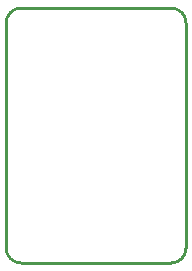
<source format=gbr>
G04 start of page 6 for group 4 idx 6 *
G04 Title: (unknown), outline *
G04 Creator: pcb 1.99z *
G04 CreationDate: Tue 11 Mar 2014 07:33:57 PM GMT UTC *
G04 For: ben *
G04 Format: Gerber/RS-274X *
G04 PCB-Dimensions (mil): 6000.00 5000.00 *
G04 PCB-Coordinate-Origin: lower left *
%MOIN*%
%FSLAX25Y25*%
%LNOUTLINE*%
%ADD58C,0.0100*%
G54D58*X140000Y482500D02*Y407500D01*
X145000Y402500D02*X195000D01*
X200000Y407500D02*Y482500D01*
X195000Y487500D02*X145000D01*
X140000Y482500D02*G75*G02X145000Y487500I5000J0D01*G01*
X195000D02*G75*G02X200000Y482500I0J-5000D01*G01*
X195000Y402500D02*G75*G03X200000Y407500I0J5000D01*G01*
X145000Y402500D02*G75*G02X140000Y407500I0J5000D01*G01*
M02*

</source>
